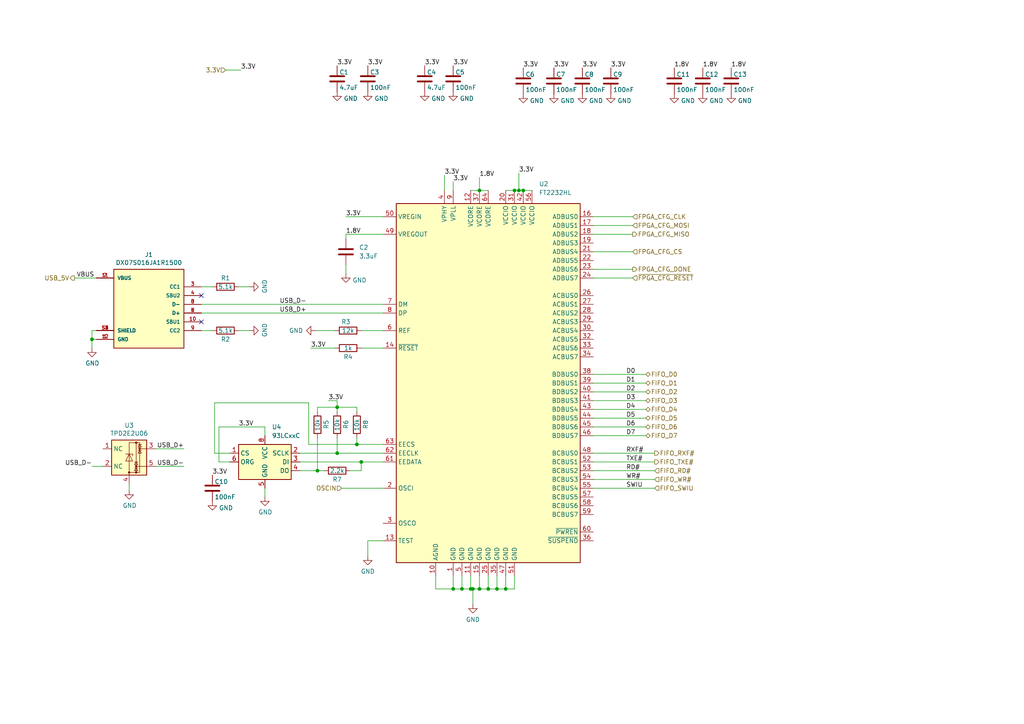
<source format=kicad_sch>
(kicad_sch (version 20211123) (generator eeschema)
  (paper "A4")
  (title_block (rev "1.1"))
  (lib_symbols
    (symbol "DX07S016JA1R1500:DX07S016JA1R1500" (pin_names (offset 1.016))
      (property "Reference" "J" (at -10.16 11.43 0))
      (property "Value" "DX07S016JA1R1500" (at -10.16 -13.97 0))
      (symbol "DX07S016JA1R1500_0_0"
        (rectangle (start -10.16 -12.7) (end 10.16 10.16) (stroke (width 0.254)) (fill (type background)))
        (pin power_in line (at 15.24 -10.16 180) (length 5.08) (name "GND") (number "1"))
        (pin passive line (at -15.24 -5.08 0) (length 5.08) (name "SBU1") (number "10"))
        (pin power_in line (at 15.24 7.62 180) (length 5.08) (name "VBUS") (number "11"))
        (pin power_in line (at 15.24 -10.16 180) (length 5.08) (name "GND") (number "12"))
        (pin power_in line (at 15.24 7.62 180) (length 5.08) (name "VBUS") (number "2"))
        (pin passive line (at -15.24 5.08 0) (length 5.08) (name "CC1") (number "3"))
        (pin passive line (at -15.24 2.54 0) (length 5.08) (name "SBU2") (number "4"))
        (pin passive line (at -15.24 0 0) (length 5.08) (name "D-") (number "5"))
        (pin passive line (at -15.24 -2.54 0) (length 5.08) (name "D+") (number "6"))
        (pin passive line (at -15.24 -2.54 0) (length 5.08) (name "D+") (number "7"))
        (pin passive line (at -15.24 0 0) (length 5.08) (name "D-") (number "8"))
        (pin passive line (at -15.24 -7.62 0) (length 5.08) (name "CC2") (number "9"))
        (pin passive line (at 15.24 -7.62 180) (length 5.08) (name "SHIELD") (number "S1"))
        (pin passive line (at 15.24 -7.62 180) (length 5.08) (name "SHIELD") (number "S2"))
        (pin passive line (at 15.24 -7.62 180) (length 5.08) (name "SHIELD") (number "S3"))
        (pin passive line (at 15.24 -7.62 180) (length 5.08) (name "SHIELD") (number "S4"))
        (pin passive line (at 15.24 -7.62 180) (length 5.08) (name "SHIELD") (number "S5"))
        (pin passive line (at 15.24 -7.62 180) (length 5.08) (name "SHIELD") (number "S6"))
      )
    )
    (symbol "Device:C" (pin_numbers hide) (pin_names (offset 0.254))
      (property "Reference" "C" (at 0.635 2.54 0))
      (property "Value" "C" (at 0.635 -2.54 0))
      (symbol "C_0_1"
        (polyline (pts (xy -2.032 -0.762) (xy 2.032 -0.762)) (stroke (width 0.508)))
        (polyline (pts (xy -2.032 0.762) (xy 2.032 0.762)) (stroke (width 0.508)))
      )
      (symbol "C_1_1"
        (pin passive line (at 0 3.81 270) (length 2.794) (name "~") (number "1"))
        (pin passive line (at 0 -3.81 90) (length 2.794) (name "~") (number "2"))
      )
    )
    (symbol "Device:R" (pin_numbers hide) (pin_names (offset 0))
      (property "Reference" "R" (at 2.032 0 90))
      (property "Value" "R" (at 0 0 90))
      (symbol "R_0_1"
        (rectangle (start -1.016 -2.54) (end 1.016 2.54) (stroke (width 0.254)))
      )
      (symbol "R_1_1"
        (pin passive line (at 0 3.81 270) (length 1.27) (name "~") (number "1"))
        (pin passive line (at 0 -3.81 90) (length 1.27) (name "~") (number "2"))
      )
    )
    (symbol "GND_1" (power) (pin_names (offset 0))
      (property "Value" "GND_1" (at 0 -3.81 0))
      (symbol "GND_1_0_1"
        (polyline (pts (xy 0 0) (xy 0 -1.27) (xy 1.27 -1.27) (xy 0 -2.54) (xy -1.27 -1.27) (xy 0 -1.27)))
      )
      (symbol "GND_1_1_1"
        (pin power_in line (at 0 0 270) (length 0) hide (name "GND") (number "1"))
      )
    )
    (symbol "Interface_USB:FT2232HL"
      (property "Reference" "U" (at -26.67 53.34 0))
      (property "Value" "FT2232HL" (at 19.05 53.34 0))
      (symbol "FT2232HL_0_1"
        (rectangle (start -26.67 -52.07) (end 26.67 52.07) (stroke (width 0.254)) (fill (type background)))
      )
      (symbol "FT2232HL_1_1"
        (pin power_in line (at -10.16 -55.88 90) (length 3.81) (name "GND") (number "1"))
        (pin power_in line (at -15.24 -55.88 90) (length 3.81) (name "AGND") (number "10"))
        (pin power_in line (at -5.08 -55.88 90) (length 3.81) (name "GND") (number "11"))
        (pin power_in line (at -5.08 55.88 270) (length 3.81) (name "VCORE") (number "12"))
        (pin input line (at -30.48 -45.72 0) (length 3.81) (name "TEST") (number "13"))
        (pin input line (at -30.48 10.16 0) (length 3.81) (name "~{RESET}") (number "14"))
        (pin power_in line (at -2.54 -55.88 90) (length 3.81) (name "GND") (number "15"))
        (pin bidirectional line (at 30.48 48.26 180) (length 3.81) (name "ADBUS0") (number "16"))
        (pin bidirectional line (at 30.48 45.72 180) (length 3.81) (name "ADBUS1") (number "17"))
        (pin bidirectional line (at 30.48 43.18 180) (length 3.81) (name "ADBUS2") (number "18"))
        (pin bidirectional line (at 30.48 40.64 180) (length 3.81) (name "ADBUS3") (number "19"))
        (pin input line (at -30.48 -30.48 0) (length 3.81) (name "OSCI") (number "2"))
        (pin power_in line (at 5.08 55.88 270) (length 3.81) (name "VCCIO") (number "20"))
        (pin bidirectional line (at 30.48 38.1 180) (length 3.81) (name "ADBUS4") (number "21"))
        (pin bidirectional line (at 30.48 35.56 180) (length 3.81) (name "ADBUS5") (number "22"))
        (pin bidirectional line (at 30.48 33.02 180) (length 3.81) (name "ADBUS6") (number "23"))
        (pin bidirectional line (at 30.48 30.48 180) (length 3.81) (name "ADBUS7") (number "24"))
        (pin power_in line (at 0 -55.88 90) (length 3.81) (name "GND") (number "25"))
        (pin bidirectional line (at 30.48 25.4 180) (length 3.81) (name "ACBUS0") (number "26"))
        (pin bidirectional line (at 30.48 22.86 180) (length 3.81) (name "ACBUS1") (number "27"))
        (pin bidirectional line (at 30.48 20.32 180) (length 3.81) (name "ACBUS2") (number "28"))
        (pin bidirectional line (at 30.48 17.78 180) (length 3.81) (name "ACBUS3") (number "29"))
        (pin output line (at -30.48 -40.64 0) (length 3.81) (name "OSCO") (number "3"))
        (pin bidirectional line (at 30.48 15.24 180) (length 3.81) (name "ACBUS4") (number "30"))
        (pin power_in line (at 7.62 55.88 270) (length 3.81) (name "VCCIO") (number "31"))
        (pin bidirectional line (at 30.48 12.7 180) (length 3.81) (name "ACBUS5") (number "32"))
        (pin bidirectional line (at 30.48 10.16 180) (length 3.81) (name "ACBUS6") (number "33"))
        (pin bidirectional line (at 30.48 7.62 180) (length 3.81) (name "ACBUS7") (number "34"))
        (pin power_in line (at 2.54 -55.88 90) (length 3.81) (name "GND") (number "35"))
        (pin output line (at 30.48 -45.72 180) (length 3.81) (name "~{SUSPEND}") (number "36"))
        (pin power_in line (at -2.54 55.88 270) (length 3.81) (name "VCORE") (number "37"))
        (pin bidirectional line (at 30.48 2.54 180) (length 3.81) (name "BDBUS0") (number "38"))
        (pin bidirectional line (at 30.48 0 180) (length 3.81) (name "BDBUS1") (number "39"))
        (pin power_in line (at -12.7 55.88 270) (length 3.81) (name "VPHY") (number "4"))
        (pin bidirectional line (at 30.48 -2.54 180) (length 3.81) (name "BDBUS2") (number "40"))
        (pin bidirectional line (at 30.48 -5.08 180) (length 3.81) (name "BDBUS3") (number "41"))
        (pin power_in line (at 10.16 55.88 270) (length 3.81) (name "VCCIO") (number "42"))
        (pin bidirectional line (at 30.48 -7.62 180) (length 3.81) (name "BDBUS4") (number "43"))
        (pin bidirectional line (at 30.48 -10.16 180) (length 3.81) (name "BDBUS5") (number "44"))
        (pin bidirectional line (at 30.48 -12.7 180) (length 3.81) (name "BDBUS6") (number "45"))
        (pin bidirectional line (at 30.48 -15.24 180) (length 3.81) (name "BDBUS7") (number "46"))
        (pin power_in line (at 5.08 -55.88 90) (length 3.81) (name "GND") (number "47"))
        (pin bidirectional line (at 30.48 -20.32 180) (length 3.81) (name "BCBUS0") (number "48"))
        (pin power_out line (at -30.48 43.18 0) (length 3.81) (name "VREGOUT") (number "49"))
        (pin power_in line (at -7.62 -55.88 90) (length 3.81) (name "GND") (number "5"))
        (pin power_in line (at -30.48 48.26 0) (length 3.81) (name "VREGIN") (number "50"))
        (pin power_in line (at 7.62 -55.88 90) (length 3.81) (name "GND") (number "51"))
        (pin bidirectional line (at 30.48 -22.86 180) (length 3.81) (name "BCBUS1") (number "52"))
        (pin bidirectional line (at 30.48 -25.4 180) (length 3.81) (name "BCBUS2") (number "53"))
        (pin bidirectional line (at 30.48 -27.94 180) (length 3.81) (name "BCBUS3") (number "54"))
        (pin bidirectional line (at 30.48 -30.48 180) (length 3.81) (name "BCBUS4") (number "55"))
        (pin power_in line (at 12.7 55.88 270) (length 3.81) (name "VCCIO") (number "56"))
        (pin bidirectional line (at 30.48 -33.02 180) (length 3.81) (name "BCBUS5") (number "57"))
        (pin bidirectional line (at 30.48 -35.56 180) (length 3.81) (name "BCBUS6") (number "58"))
        (pin bidirectional line (at 30.48 -38.1 180) (length 3.81) (name "BCBUS7") (number "59"))
        (pin output line (at -30.48 15.24 0) (length 3.81) (name "REF") (number "6"))
        (pin output line (at 30.48 -43.18 180) (length 3.81) (name "~{PWREN}") (number "60"))
        (pin bidirectional line (at -30.48 -22.86 0) (length 3.81) (name "EEDATA") (number "61"))
        (pin output line (at -30.48 -20.32 0) (length 3.81) (name "EECLK") (number "62"))
        (pin output line (at -30.48 -17.78 0) (length 3.81) (name "EECS") (number "63"))
        (pin power_in line (at 0 55.88 270) (length 3.81) (name "VCORE") (number "64"))
        (pin bidirectional line (at -30.48 22.86 0) (length 3.81) (name "DM") (number "7"))
        (pin bidirectional line (at -30.48 20.32 0) (length 3.81) (name "DP") (number "8"))
        (pin input line (at -10.16 55.88 270) (length 3.81) (name "VPLL") (number "9"))
      )
    )
    (symbol "Memory_EEPROM:93LCxxC"
      (property "Reference" "U" (at -7.62 6.35 0))
      (property "Value" "93LCxxC" (at 2.54 -6.35 0))
      (symbol "93LCxxC_1_1"
        (rectangle (start -7.62 5.08) (end 7.62 -5.08) (stroke (width 0.254)) (fill (type background)))
        (pin input line (at -10.16 2.54 0) (length 2.54) (name "CS") (number "1"))
        (pin input line (at 10.16 2.54 180) (length 2.54) (name "SCLK") (number "2"))
        (pin input line (at 10.16 0 180) (length 2.54) (name "DI") (number "3"))
        (pin tri_state line (at 10.16 -2.54 180) (length 2.54) (name "DO") (number "4"))
        (pin power_in line (at 0 -7.62 90) (length 2.54) (name "GND") (number "5"))
        (pin input line (at -10.16 0 0) (length 2.54) (name "ORG") (number "6"))
        (pin no_connect line (at -7.62 -2.54 0) (length 2.54) hide (name "NC") (number "7"))
        (pin power_in line (at 0 7.62 270) (length 2.54) (name "VCC") (number "8"))
      )
    )
    (symbol "Power_Protection:TPD2E2U06"
      (property "Reference" "U" (at -3.81 6.35 0))
      (property "Value" "TPD2E2U06" (at 6.35 -6.35 0))
      (symbol "TPD2E2U06_0_1"
        (rectangle (start -5.08 5.08) (end 5.08 -5.08) (stroke (width 0.254)) (fill (type background)))
        (circle (center -3.048 2.54) (radius 0.254) (fill (type outline)))
        (rectangle (start -3.048 4.318) (end 0 -4.318))
        (circle (center -2.032 -4.318) (radius 0.254) (fill (type outline)))
        (circle (center -2.032 -2.54) (radius 0.254) (fill (type outline)))
        (circle (center -2.032 4.318) (radius 0.254) (fill (type outline)))
        (circle (center 0 -4.318) (radius 0.254) (fill (type outline)))
        (polyline (pts (xy -3.048 2.54) (xy -5.08 2.54)))
        (polyline (pts (xy -2.54 2.032) (xy -3.556 2.032)))
        (polyline (pts (xy -2.54 3.81) (xy -3.556 3.81)))
        (polyline (pts (xy -2.032 -4.318) (xy -2.032 4.318)))
        (polyline (pts (xy -2.032 -2.54) (xy -5.08 -2.54)))
        (polyline (pts (xy -1.524 -3.048) (xy -2.54 -3.048)))
        (polyline (pts (xy -1.524 -1.27) (xy -2.54 -1.27)))
        (polyline (pts (xy 0 -4.318) (xy 0 -5.08)))
        (polyline (pts (xy 1.016 1.016) (xy -1.016 1.016) (xy -1.016 0.508)))
        (polyline (pts (xy -3.048 2.032) (xy -3.556 1.27) (xy -2.54 1.27) (xy -3.048 2.032)))
        (polyline (pts (xy -3.048 3.81) (xy -3.556 3.048) (xy -2.54 3.048) (xy -3.048 3.81)))
        (polyline (pts (xy -2.032 -3.048) (xy -2.54 -3.81) (xy -1.524 -3.81) (xy -2.032 -3.048)))
        (polyline (pts (xy -2.032 -1.27) (xy -2.54 -2.032) (xy -1.524 -2.032) (xy -2.032 -1.27)))
        (polyline (pts (xy 0 1.016) (xy 1.016 -1.016) (xy -1.016 -1.016) (xy 0 1.016)))
      )
      (symbol "TPD2E2U06_1_1"
        (pin passive line (at 7.62 2.54 180) (length 2.54) (name "NC") (number "1"))
        (pin passive line (at 7.62 -2.54 180) (length 2.54) (name "NC") (number "2"))
        (pin passive line (at -7.62 2.54 0) (length 2.54) (name "~") (number "3"))
        (pin passive line (at 0 -7.62 90) (length 2.54) (name "~") (number "4"))
        (pin passive line (at -7.62 -2.54 0) (length 2.54) (name "~") (number "5"))
      )
    )
    (symbol "power:GND" (power) (pin_names (offset 0))
      (property "Value" "GND" (at 0 -3.81 0))
      (symbol "GND_0_1"
        (polyline (pts (xy 0 0) (xy 0 -1.27) (xy 1.27 -1.27) (xy 0 -2.54) (xy -1.27 -1.27) (xy 0 -1.27)))
      )
      (symbol "GND_1_1"
        (pin power_in line (at 0 0 270) (length 0) hide (name "GND") (number "1"))
      )
    )
  )
  (junction (at 131.445 170.815))
  (junction (at 97.79 118.11))
  (junction (at 146.685 170.815))
  (junction (at 136.525 170.815))
  (junction (at 151.765 55.245))
  (junction (at 141.605 170.815))
  (junction (at 103.505 128.905))
  (junction (at 137.16 170.815))
  (junction (at 150.495 55.245))
  (junction (at 97.79 131.445))
  (junction (at 133.985 170.815))
  (junction (at 26.67 98.425))
  (junction (at 139.065 55.245))
  (junction (at 144.145 170.815))
  (junction (at 104.775 133.985))
  (junction (at 149.225 55.245))
  (junction (at 92.075 136.525))
  (junction (at 139.065 170.815))
  (no_connect (at 58.42 85.725))
  (no_connect (at 58.42 93.345))
  (wire (pts (xy 131.445 52.705) (xy 131.445 55.245)))
  (wire (pts (xy 133.985 170.815) (xy 136.525 170.815)))
  (wire (pts (xy 100.33 62.865) (xy 111.125 62.865)))
  (wire (pts (xy 89.535 128.905) (xy 103.505 128.905)))
  (wire (pts (xy 90.17 100.965) (xy 97.155 100.965)))
  (wire (pts (xy 91.44 95.885) (xy 97.155 95.885)))
  (wire (pts (xy 111.125 156.845) (xy 106.68 156.845)))
  (wire (pts (xy 144.145 167.005) (xy 144.145 170.815)))
  (wire (pts (xy 45.085 135.255) (xy 53.34 135.255)))
  (wire (pts (xy 126.365 167.005) (xy 126.365 170.815)))
  (wire (pts (xy 45.085 130.175) (xy 53.34 130.175)))
  (wire (pts (xy 183.515 65.405) (xy 172.085 65.405)))
  (wire (pts (xy 150.495 55.245) (xy 151.765 55.245)))
  (wire (pts (xy 99.06 141.605) (xy 111.125 141.605)))
  (wire (pts (xy 104.775 133.985) (xy 111.125 133.985)))
  (wire (pts (xy 95.25 116.205) (xy 97.79 116.205)))
  (wire (pts (xy 89.535 116.84) (xy 62.23 116.84)))
  (wire (pts (xy 97.79 127) (xy 97.79 131.445)))
  (wire (pts (xy 136.525 170.815) (xy 137.16 170.815)))
  (wire (pts (xy 21.59 80.645) (xy 27.94 80.645)))
  (wire (pts (xy 58.42 88.265) (xy 111.125 88.265)))
  (wire (pts (xy 172.085 108.585) (xy 187.325 108.585)))
  (wire (pts (xy 139.065 55.245) (xy 141.605 55.245)))
  (wire (pts (xy 103.505 128.905) (xy 111.125 128.905)))
  (wire (pts (xy 137.16 170.815) (xy 139.065 170.815)))
  (wire (pts (xy 26.67 135.255) (xy 29.845 135.255)))
  (wire (pts (xy 172.085 141.605) (xy 189.865 141.605)))
  (wire (pts (xy 104.775 100.965) (xy 111.125 100.965)))
  (wire (pts (xy 26.67 95.885) (xy 26.67 98.425)))
  (wire (pts (xy 58.42 90.805) (xy 111.125 90.805)))
  (wire (pts (xy 100.33 69.215) (xy 100.33 67.945)))
  (wire (pts (xy 69.215 95.885) (xy 72.39 95.885)))
  (wire (pts (xy 139.065 55.245) (xy 139.065 51.435)))
  (wire (pts (xy 27.94 95.885) (xy 26.67 95.885)))
  (wire (pts (xy 63.5 133.985) (xy 63.5 123.825)))
  (wire (pts (xy 172.085 133.985) (xy 189.865 133.985)))
  (wire (pts (xy 66.675 133.985) (xy 63.5 133.985)))
  (wire (pts (xy 131.445 170.815) (xy 133.985 170.815)))
  (wire (pts (xy 146.685 55.245) (xy 149.225 55.245)))
  (wire (pts (xy 26.67 98.425) (xy 26.67 100.965)))
  (wire (pts (xy 100.33 67.945) (xy 111.125 67.945)))
  (wire (pts (xy 172.085 118.745) (xy 187.325 118.745)))
  (wire (pts (xy 103.505 127) (xy 103.505 128.905)))
  (wire (pts (xy 69.215 83.185) (xy 72.39 83.185)))
  (wire (pts (xy 141.605 167.005) (xy 141.605 170.815)))
  (wire (pts (xy 65.405 20.32) (xy 69.85 20.32)))
  (wire (pts (xy 86.995 136.525) (xy 92.075 136.525)))
  (wire (pts (xy 92.075 136.525) (xy 93.98 136.525)))
  (wire (pts (xy 62.23 131.445) (xy 66.675 131.445)))
  (wire (pts (xy 151.765 55.245) (xy 154.305 55.245)))
  (wire (pts (xy 172.085 121.285) (xy 187.325 121.285)))
  (wire (pts (xy 97.79 118.11) (xy 97.79 119.38)))
  (wire (pts (xy 150.495 50.165) (xy 150.495 55.245)))
  (wire (pts (xy 62.23 116.84) (xy 62.23 131.445)))
  (wire (pts (xy 97.79 116.205) (xy 97.79 118.11)))
  (wire (pts (xy 172.085 111.125) (xy 187.325 111.125)))
  (wire (pts (xy 103.505 119.38) (xy 103.505 118.11)))
  (wire (pts (xy 104.775 136.525) (xy 104.775 133.985)))
  (wire (pts (xy 37.465 142.24) (xy 37.465 140.335)))
  (wire (pts (xy 58.42 95.885) (xy 61.595 95.885)))
  (wire (pts (xy 172.085 139.065) (xy 189.865 139.065)))
  (wire (pts (xy 149.225 55.245) (xy 150.495 55.245)))
  (wire (pts (xy 172.085 116.205) (xy 187.325 116.205)))
  (wire (pts (xy 172.085 131.445) (xy 189.865 131.445)))
  (wire (pts (xy 89.535 128.905) (xy 89.535 116.84)))
  (wire (pts (xy 97.79 131.445) (xy 111.125 131.445)))
  (wire (pts (xy 58.42 83.185) (xy 61.595 83.185)))
  (wire (pts (xy 126.365 170.815) (xy 131.445 170.815)))
  (wire (pts (xy 131.445 167.005) (xy 131.445 170.815)))
  (wire (pts (xy 139.065 167.005) (xy 139.065 170.815)))
  (wire (pts (xy 172.085 113.665) (xy 187.325 113.665)))
  (wire (pts (xy 172.085 126.365) (xy 187.325 126.365)))
  (wire (pts (xy 106.68 156.845) (xy 106.68 161.29)))
  (wire (pts (xy 27.94 98.425) (xy 26.67 98.425)))
  (wire (pts (xy 172.085 136.525) (xy 189.865 136.525)))
  (wire (pts (xy 183.515 62.865) (xy 172.085 62.865)))
  (wire (pts (xy 92.075 118.11) (xy 97.79 118.11)))
  (wire (pts (xy 146.685 167.005) (xy 146.685 170.815)))
  (wire (pts (xy 149.225 170.815) (xy 149.225 167.005)))
  (wire (pts (xy 141.605 170.815) (xy 144.145 170.815)))
  (wire (pts (xy 63.5 123.825) (xy 76.835 123.825)))
  (wire (pts (xy 139.065 170.815) (xy 141.605 170.815)))
  (wire (pts (xy 86.995 131.445) (xy 97.79 131.445)))
  (wire (pts (xy 183.515 80.645) (xy 172.085 80.645)))
  (wire (pts (xy 128.905 50.8) (xy 128.905 55.245)))
  (wire (pts (xy 146.685 170.815) (xy 149.225 170.815)))
  (wire (pts (xy 76.835 123.825) (xy 76.835 126.365)))
  (wire (pts (xy 92.075 127) (xy 92.075 136.525)))
  (wire (pts (xy 86.995 133.985) (xy 104.775 133.985)))
  (wire (pts (xy 183.515 67.945) (xy 172.085 67.945)))
  (wire (pts (xy 183.515 73.025) (xy 172.085 73.025)))
  (wire (pts (xy 136.525 55.245) (xy 139.065 55.245)))
  (wire (pts (xy 136.525 167.005) (xy 136.525 170.815)))
  (wire (pts (xy 183.515 78.105) (xy 172.085 78.105)))
  (wire (pts (xy 104.775 95.885) (xy 111.125 95.885)))
  (wire (pts (xy 172.085 123.825) (xy 187.325 123.825)))
  (wire (pts (xy 92.075 119.38) (xy 92.075 118.11)))
  (wire (pts (xy 76.835 141.605) (xy 76.835 144.145)))
  (wire (pts (xy 137.16 170.815) (xy 137.16 175.26)))
  (wire (pts (xy 103.505 118.11) (xy 97.79 118.11)))
  (wire (pts (xy 101.6 136.525) (xy 104.775 136.525)))
  (wire (pts (xy 144.145 170.815) (xy 146.685 170.815)))
  (wire (pts (xy 133.985 167.005) (xy 133.985 170.815)))
  (wire (pts (xy 100.33 79.375) (xy 100.33 76.835)))
  (label "3.3V" (at 69.215 123.825 0))
  (label "RD#" (at 181.61 136.525 0))
  (label "3.3V" (at 90.17 100.965 0))
  (label "D6" (at 181.61 123.825 0))
  (label "3.3V" (at 106.68 19.05 0))
  (label "VBUS" (at 22.225 80.645 0))
  (label "USB_D-" (at 53.34 135.255 180))
  (label "USB_D+" (at 53.34 130.175 180))
  (label "1.8V" (at 100.33 67.945 0))
  (label "1.8V" (at 212.09 19.685 0))
  (label "USB_D+" (at 88.9 90.805 180))
  (label "TXE#" (at 181.61 133.985 0))
  (label "D5" (at 181.61 121.285 0))
  (label "SWIU" (at 181.61 141.605 0))
  (label "USB_D-" (at 88.9 88.265 180))
  (label "1.8V" (at 139.065 51.435 0))
  (label "3.3V" (at 100.33 62.865 0))
  (label "3.3V" (at 69.85 20.32 0))
  (label "3.3V" (at 131.445 19.05 0))
  (label "3.3V" (at 131.445 52.705 0))
  (label "WR#" (at 181.61 139.065 0))
  (label "D3" (at 181.61 116.205 0))
  (label "USB_D-" (at 26.67 135.255 180))
  (label "D4" (at 181.61 118.745 0))
  (label "D2" (at 181.61 113.665 0))
  (label "3.3V" (at 150.495 50.165 0))
  (label "3.3V" (at 128.905 50.8 0))
  (label "3.3V" (at 61.595 137.795 0))
  (label "1.8V" (at 203.835 19.685 0))
  (label "3.3V" (at 177.165 19.685 0))
  (label "3.3V" (at 151.765 19.685 0))
  (label "D1" (at 181.61 111.125 0))
  (label "3.3V" (at 97.79 19.05 0))
  (label "RXF#" (at 181.61 131.445 0))
  (label "1.8V" (at 195.58 19.685 0))
  (label "3.3V" (at 123.19 19.05 0))
  (label "D0" (at 181.61 108.585 0))
  (label "D7" (at 181.61 126.365 0))
  (label "3.3V" (at 95.25 116.205 0))
  (label "3.3V" (at 168.91 19.685 0))
  (label "3.3V" (at 160.655 19.685 0))
  (hierarchical_label "FIFO_D3" (shape bidirectional) (at 187.325 116.205 0))
  (hierarchical_label "FIFO_D6" (shape bidirectional) (at 187.325 123.825 0))
  (hierarchical_label "FIFO_RXF#" (shape output) (at 189.865 131.445 0))
  (hierarchical_label "FPGA_CFG_DONE" (shape output) (at 183.515 78.105 0))
  (hierarchical_label "FPGA_CFG_CLK" (shape input) (at 183.515 62.865 0))
  (hierarchical_label "FIFO_WR#" (shape input) (at 189.865 139.065 0))
  (hierarchical_label "FIFO_RD#" (shape input) (at 189.865 136.525 0))
  (hierarchical_label "FIFO_TXE#" (shape output) (at 189.865 133.985 0))
  (hierarchical_label "FIFO_SWIU" (shape input) (at 189.865 141.605 0))
  (hierarchical_label "FIFO_D1" (shape bidirectional) (at 187.325 111.125 0))
  (hierarchical_label "OSCIN" (shape input) (at 99.06 141.605 180))
  (hierarchical_label "FPGA_CFG_MISO" (shape output) (at 183.515 67.945 0))
  (hierarchical_label "FIFO_D4" (shape bidirectional) (at 187.325 118.745 0))
  (hierarchical_label "FPGA_CFG_CS" (shape input) (at 183.515 73.025 0))
  (hierarchical_label "FIFO_D7" (shape bidirectional) (at 187.325 126.365 0))
  (hierarchical_label "3.3V" (shape input) (at 65.405 20.32 180))
  (hierarchical_label "~{FPGA_CFG_RESET}" (shape input) (at 183.515 80.645 0))
  (hierarchical_label "USB_5V" (shape output) (at 21.59 80.645 180))
  (hierarchical_label "FIFO_D0" (shape bidirectional) (at 187.325 108.585 0))
  (hierarchical_label "FIFO_D5" (shape bidirectional) (at 187.325 121.285 0))
  (hierarchical_label "FPGA_CFG_MOSI" (shape input) (at 183.515 65.405 0))
  (hierarchical_label "FIFO_D2" (shape bidirectional) (at 187.325 113.665 0))
  (symbol (lib_id "Device:C") (at 203.835 23.495 0) (unit 1)
    (property "Reference" "C12" (at 204.47 21.59 0) (effects (justify left)))
    (property "Value" "100nF" (at 204.47 26.035 0) (effects (justify left)))
    (property "Footprint" "Capacitor_SMD:C_0402_1005Metric_Pad0.74x0.62mm_HandSolder" (effects hide))
  )
  (symbol (lib_name "GND_1") (lib_id "power:GND") (at 106.68 26.67 0) (unit 1)
    (property "Reference" "#PWR08" (effects hide))
    (property "Value" "GND" (at 108.585 28.575 0) (effects (justify left)))
  )
  (symbol (lib_name "GND_1") (lib_id "power:GND") (at 97.79 26.67 0) (unit 1)
    (property "Reference" "#PWR06" (effects hide))
    (property "Value" "GND" (at 99.695 28.575 0) (effects (justify left)))
  )
  (symbol (lib_id "power:GND") (at 76.835 144.145 0) (unit 1)
    (property "Reference" "#PWR0150" (effects hide))
    (property "Value" "GND" (at 76.962 148.5392 0))
  )
  (symbol (lib_id "Device:C") (at 61.595 141.605 0) (unit 1)
    (property "Reference" "C10" (at 62.23 139.7 0) (effects (justify left)))
    (property "Value" "100nF" (at 62.23 144.145 0) (effects (justify left)))
    (property "Footprint" "Capacitor_SMD:C_0402_1005Metric_Pad0.74x0.62mm_HandSolder" (effects hide))
  )
  (symbol (lib_id "Device:R") (at 65.405 83.185 270) (unit 1)
    (property "Reference" "R1" (at 65.405 80.645 90))
    (property "Value" "5.1k" (at 65.405 83.185 90))
    (property "Footprint" "Resistor_SMD:R_0402_1005Metric" (effects hide))
  )
  (symbol (lib_name "GND_1") (lib_id "power:GND") (at 61.595 145.415 0) (unit 1)
    (property "Reference" "#PWR0151" (effects hide))
    (property "Value" "GND" (at 63.5 147.32 0) (effects (justify left)))
  )
  (symbol (lib_name "GND_1") (lib_id "power:GND") (at 131.445 26.67 0) (unit 1)
    (property "Reference" "#PWR010" (effects hide))
    (property "Value" "GND" (at 133.35 28.575 0) (effects (justify left)))
  )
  (symbol (lib_id "Device:C") (at 97.79 22.86 0) (unit 1)
    (property "Reference" "C1" (at 98.425 20.955 0) (effects (justify left)))
    (property "Value" "4.7uF" (at 98.425 25.4 0) (effects (justify left)))
    (property "Footprint" "Capacitor_SMD:C_0805_2012Metric_Pad1.18x1.45mm_HandSolder" (effects hide))
  )
  (symbol (lib_id "Device:C") (at 151.765 23.495 0) (unit 1)
    (property "Reference" "C6" (at 152.4 21.59 0) (effects (justify left)))
    (property "Value" "100nF" (at 152.4 26.035 0) (effects (justify left)))
    (property "Footprint" "Capacitor_SMD:C_0402_1005Metric_Pad0.74x0.62mm_HandSolder" (effects hide))
  )
  (symbol (lib_id "Device:C") (at 106.68 22.86 0) (unit 1)
    (property "Reference" "C3" (at 107.315 20.955 0) (effects (justify left)))
    (property "Value" "100nF" (at 107.315 25.4 0) (effects (justify left)))
    (property "Footprint" "Capacitor_SMD:C_0402_1005Metric_Pad0.74x0.62mm_HandSolder" (effects hide))
  )
  (symbol (lib_id "Device:C") (at 100.33 73.025 0) (unit 1)
    (property "Reference" "C2" (at 104.14 71.7549 0) (effects (justify left)))
    (property "Value" "3.3uF" (at 104.14 74.2949 0) (effects (justify left)))
    (property "Footprint" "Capacitor_SMD:C_0805_2012Metric_Pad1.18x1.45mm_HandSolder" (effects hide))
  )
  (symbol (lib_name "GND_1") (lib_id "power:GND") (at 123.19 26.67 0) (unit 1)
    (property "Reference" "#PWR09" (effects hide))
    (property "Value" "GND" (at 125.095 28.575 0) (effects (justify left)))
  )
  (symbol (lib_id "power:GND") (at 72.39 95.885 90) (unit 1)
    (property "Reference" "#PWR0163" (effects hide))
    (property "Value" "GND" (at 76.7842 95.758 0))
  )
  (symbol (lib_name "GND_1") (lib_id "power:GND") (at 160.655 27.305 0) (unit 1)
    (property "Reference" "#PWR012" (effects hide))
    (property "Value" "GND" (at 162.56 29.21 0) (effects (justify left)))
  )
  (symbol (lib_name "GND_1") (lib_id "power:GND") (at 100.33 79.375 0) (unit 1)
    (property "Reference" "#PWR07" (effects hide))
    (property "Value" "GND" (at 102.235 81.28 0) (effects (justify left)))
  )
  (symbol (lib_id "Power_Protection:TPD2E2U06") (at 37.465 132.715 0) (mirror y) (unit 1)
    (property "Reference" "U3" (at 37.465 123.3932 0))
    (property "Value" "TPD2E2U06" (at 37.465 125.7046 0))
    (property "Footprint" "Package_TO_SOT_SMD:SOT-553" (effects hide))
    (property "Datasheet" "http://www.ti.com/lit/ds/symlink/tpd2e2u06.pdf" (effects hide))
  )
  (symbol (lib_id "Device:C") (at 168.91 23.495 0) (unit 1)
    (property "Reference" "C8" (at 169.545 21.59 0) (effects (justify left)))
    (property "Value" "100nF" (at 169.545 26.035 0) (effects (justify left)))
    (property "Footprint" "Capacitor_SMD:C_0402_1005Metric_Pad0.74x0.62mm_HandSolder" (effects hide))
  )
  (symbol (lib_id "Device:R") (at 100.965 100.965 90) (unit 1)
    (property "Reference" "R4" (at 100.965 103.505 90))
    (property "Value" "1k" (at 100.965 100.965 90))
    (property "Footprint" "Resistor_SMD:R_0402_1005Metric_Pad0.72x0.64mm_HandSolder" (effects hide))
  )
  (symbol (lib_id "power:GND") (at 37.465 142.24 0) (unit 1)
    (property "Reference" "#PWR04" (effects hide))
    (property "Value" "GND" (at 37.592 146.6342 0))
  )
  (symbol (lib_id "Device:C") (at 123.19 22.86 0) (unit 1)
    (property "Reference" "C4" (at 123.825 20.955 0) (effects (justify left)))
    (property "Value" "4.7uF" (at 123.825 25.4 0) (effects (justify left)))
    (property "Footprint" "Capacitor_SMD:C_0805_2012Metric_Pad1.18x1.45mm_HandSolder" (effects hide))
  )
  (symbol (lib_name "GND_1") (lib_id "power:GND") (at 177.165 27.305 0) (unit 1)
    (property "Reference" "#PWR014" (effects hide))
    (property "Value" "GND" (at 179.07 29.21 0) (effects (justify left)))
  )
  (symbol (lib_id "Device:R") (at 65.405 95.885 270) (unit 1)
    (property "Reference" "R2" (at 65.405 98.425 90))
    (property "Value" "5.1k" (at 65.405 95.885 90))
    (property "Footprint" "Resistor_SMD:R_0402_1005Metric" (effects hide))
  )
  (symbol (lib_id "Device:R") (at 92.075 123.19 0) (unit 1)
    (property "Reference" "R5" (at 94.615 124.46 90) (effects (justify left)))
    (property "Value" "10k" (at 92.075 125.095 90) (effects (justify left)))
    (property "Footprint" "Resistor_SMD:R_0402_1005Metric_Pad0.72x0.64mm_HandSolder" (effects hide))
  )
  (symbol (lib_id "Device:C") (at 160.655 23.495 0) (unit 1)
    (property "Reference" "C7" (at 161.29 21.59 0) (effects (justify left)))
    (property "Value" "100nF" (at 161.29 26.035 0) (effects (justify left)))
    (property "Footprint" "Capacitor_SMD:C_0402_1005Metric_Pad0.74x0.62mm_HandSolder" (effects hide))
  )
  (symbol (lib_name "GND_1") (lib_id "power:GND") (at 212.09 27.305 0) (unit 1)
    (property "Reference" "#PWR0154" (effects hide))
    (property "Value" "GND" (at 213.995 29.21 0) (effects (justify left)))
  )
  (symbol (lib_id "Device:R") (at 97.79 136.525 90) (unit 1)
    (property "Reference" "R7" (at 97.79 139.065 90))
    (property "Value" "2.2k" (at 97.79 136.525 90))
    (property "Footprint" "Resistor_SMD:R_0402_1005Metric_Pad0.72x0.64mm_HandSolder" (effects hide))
  )
  (symbol (lib_id "Memory_EEPROM:93LCxxC") (at 76.835 133.985 0) (unit 1)
    (property "Reference" "U4" (at 78.8544 123.825 0) (effects (justify left)))
    (property "Value" "93LCxxC" (at 78.8544 126.365 0) (effects (justify left)))
    (property "Footprint" "Package_SO:SOIC-8_3.9x4.9mm_P1.27mm" (effects hide))
    (property "Datasheet" "http://ww1.microchip.com/downloads/en/DeviceDoc/20001749K.pdf" (effects hide))
  )
  (symbol (lib_id "Device:C") (at 195.58 23.495 0) (unit 1)
    (property "Reference" "C11" (at 196.215 21.59 0) (effects (justify left)))
    (property "Value" "100nF" (at 196.215 26.035 0) (effects (justify left)))
    (property "Footprint" "Capacitor_SMD:C_0402_1005Metric_Pad0.74x0.62mm_HandSolder" (effects hide))
  )
  (symbol (lib_id "DX07S016JA1R1500:DX07S016JA1R1500") (at 43.18 88.265 0) (mirror y) (unit 1)
    (property "Reference" "J1" (at 43.18 73.8632 0))
    (property "Value" "DX07S016JA1R1500" (at 43.18 76.1746 0))
    (property "Footprint" "DX07S016JA1R1500:JAE_DX07S016JA1R1500" (effects hide))
    (property "MANUFACTURER" "JAE Industry Ltd." (effects hide))
    (property "MAXIMUM_PACKAGE_HEIGHT" "3.31 mm" (effects hide))
    (property "STANDARD" "Manufacturer Recommendations" (effects hide))
    (property "PARTREV" "1" (effects hide))
  )
  (symbol (lib_name "GND_1") (lib_id "power:GND") (at 195.58 27.305 0) (unit 1)
    (property "Reference" "#PWR0153" (effects hide))
    (property "Value" "GND" (at 197.485 29.21 0) (effects (justify left)))
  )
  (symbol (lib_name "GND_1") (lib_id "power:GND") (at 106.68 161.29 0) (unit 1)
    (property "Reference" "#PWR0148" (effects hide))
    (property "Value" "GND" (at 106.68 165.735 0))
  )
  (symbol (lib_name "GND_1") (lib_id "power:GND") (at 137.16 175.26 0) (unit 1)
    (property "Reference" "#PWR0142" (effects hide))
    (property "Value" "GND" (at 137.16 179.705 0))
  )
  (symbol (lib_id "Device:C") (at 212.09 23.495 0) (unit 1)
    (property "Reference" "C13" (at 212.725 21.59 0) (effects (justify left)))
    (property "Value" "100nF" (at 212.725 26.035 0) (effects (justify left)))
    (property "Footprint" "Capacitor_SMD:C_0402_1005Metric_Pad0.74x0.62mm_HandSolder" (effects hide))
  )
  (symbol (lib_id "Device:R") (at 103.505 123.19 0) (unit 1)
    (property "Reference" "R8" (at 106.045 124.46 90) (effects (justify left)))
    (property "Value" "10k" (at 103.505 125.095 90) (effects (justify left)))
    (property "Footprint" "Resistor_SMD:R_0402_1005Metric_Pad0.72x0.64mm_HandSolder" (effects hide))
  )
  (symbol (lib_id "Device:R") (at 100.965 95.885 270) (unit 1)
    (property "Reference" "R3" (at 100.33 93.345 90))
    (property "Value" "12k" (at 100.965 95.885 90))
    (property "Footprint" "Resistor_SMD:R_0402_1005Metric_Pad0.72x0.64mm_HandSolder" (effects hide))
  )
  (symbol (lib_id "Device:R") (at 97.79 123.19 0) (unit 1)
    (property "Reference" "R6" (at 100.33 124.46 90) (effects (justify left)))
    (property "Value" "10k" (at 97.79 125.095 90) (effects (justify left)))
    (property "Footprint" "Resistor_SMD:R_0402_1005Metric_Pad0.72x0.64mm_HandSolder" (effects hide))
  )
  (symbol (lib_name "GND_1") (lib_id "power:GND") (at 151.765 27.305 0) (unit 1)
    (property "Reference" "#PWR011" (effects hide))
    (property "Value" "GND" (at 153.67 29.21 0) (effects (justify left)))
  )
  (symbol (lib_id "Device:C") (at 177.165 23.495 0) (unit 1)
    (property "Reference" "C9" (at 177.8 21.59 0) (effects (justify left)))
    (property "Value" "100nF" (at 177.8 26.035 0) (effects (justify left)))
    (property "Footprint" "Capacitor_SMD:C_0402_1005Metric_Pad0.74x0.62mm_HandSolder" (effects hide))
  )
  (symbol (lib_id "power:GND") (at 72.39 83.185 90) (unit 1)
    (property "Reference" "#PWR0165" (effects hide))
    (property "Value" "GND" (at 76.7842 83.058 0))
  )
  (symbol (lib_id "Interface_USB:FT2232HL") (at 141.605 111.125 0) (unit 1)
    (property "Reference" "U2" (at 156.3244 53.34 0) (effects (justify left)))
    (property "Value" "FT2232HL" (at 156.3244 55.88 0) (effects (justify left)))
    (property "Footprint" "Package_QFP:LQFP-64_10x10mm_P0.5mm" (effects hide))
    (property "Datasheet" "https://www.ftdichip.com/Support/Documents/DataSheets/ICs/DS_FT2232H.pdf" (effects hide))
  )
  (symbol (lib_name "GND_1") (lib_id "power:GND") (at 168.91 27.305 0) (unit 1)
    (property "Reference" "#PWR013" (effects hide))
    (property "Value" "GND" (at 170.815 29.21 0) (effects (justify left)))
  )
  (symbol (lib_name "GND_1") (lib_id "power:GND") (at 203.835 27.305 0) (unit 1)
    (property "Reference" "#PWR0155" (effects hide))
    (property "Value" "GND" (at 205.74 29.21 0) (effects (justify left)))
  )
  (symbol (lib_name "GND_1") (lib_id "power:GND") (at 91.44 95.885 270) (unit 1)
    (property "Reference" "#PWR05" (effects hide))
    (property "Value" "GND" (at 83.82 95.885 90) (effects (justify left)))
  )
  (symbol (lib_id "Device:C") (at 131.445 22.86 0) (unit 1)
    (property "Reference" "C5" (at 132.08 20.955 0) (effects (justify left)))
    (property "Value" "100nF" (at 132.08 25.4 0) (effects (justify left)))
    (property "Footprint" "Capacitor_SMD:C_0402_1005Metric_Pad0.74x0.62mm_HandSolder" (effects hide))
  )
  (symbol (lib_id "power:GND") (at 26.67 100.965 0) (unit 1)
    (property "Reference" "#PWR0164" (effects hide))
    (property "Value" "GND" (at 26.797 105.3592 0))
  )
)
</source>
